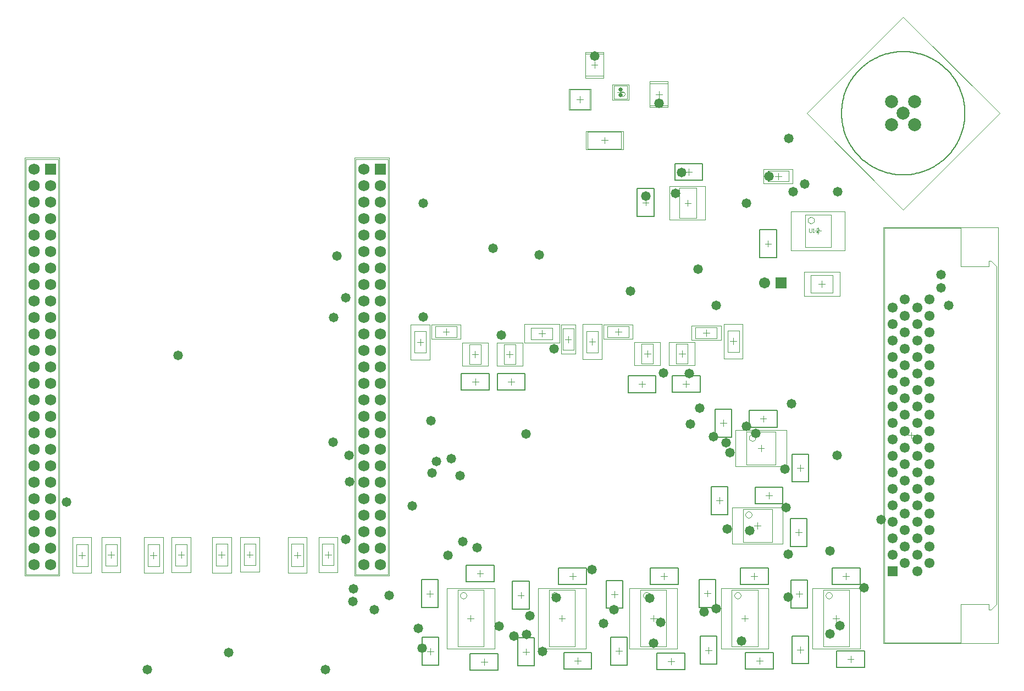
<source format=gbs>
G04*
G04 #@! TF.GenerationSoftware,Altium Limited,Altium Designer,19.0.15 (446)*
G04*
G04 Layer_Color=16711935*
%FSLAX25Y25*%
%MOIN*%
G70*
G01*
G75*
%ADD11C,0.00394*%
%ADD14C,0.00787*%
%ADD17C,0.00197*%
%ADD64C,0.07887*%
%ADD65R,0.06706X0.06706*%
%ADD66C,0.06706*%
%ADD67C,0.06902*%
%ADD68R,0.06902X0.06902*%
%ADD69C,0.06115*%
%ADD70R,0.06115X0.06115*%
%ADD71C,0.05800*%
%ADD72C,0.02520*%
D11*
X483280Y270843D02*
Y268875D01*
X483673Y268481D01*
X484460D01*
X484854Y268875D01*
Y270843D01*
X485641Y268481D02*
X486428D01*
X486034D01*
Y270843D01*
X485641Y270449D01*
X489183Y268481D02*
X487609D01*
X489183Y270056D01*
Y270449D01*
X488790Y270843D01*
X488002D01*
X487609Y270449D01*
X450787Y143976D02*
X450524Y144961D01*
X449803Y145681D01*
X448819Y145945D01*
X447835Y145681D01*
X447114Y144961D01*
X446850Y143976D01*
X447114Y142992D01*
X447835Y142272D01*
X448819Y142008D01*
X449803Y142272D01*
X450524Y142992D01*
X450787Y143976D01*
X448701Y97165D02*
X448437Y98150D01*
X447717Y98870D01*
X446732Y99134D01*
X445748Y98870D01*
X445027Y98150D01*
X444764Y97165D01*
X445027Y96181D01*
X445748Y95461D01*
X446732Y95197D01*
X447717Y95461D01*
X448437Y96181D01*
X448701Y97165D01*
X371488Y352571D02*
X371187Y353497D01*
X370400Y354069D01*
X369427D01*
X368639Y353497D01*
X368339Y352571D01*
X368639Y351645D01*
X369427Y351073D01*
X370400D01*
X371187Y351645D01*
X371488Y352571D01*
X486417Y275781D02*
X486154Y276765D01*
X485433Y277485D01*
X484449Y277749D01*
X483465Y277485D01*
X482744Y276765D01*
X482480Y275781D01*
X482744Y274796D01*
X483465Y274076D01*
X484449Y273812D01*
X485433Y274076D01*
X486154Y274796D01*
X486417Y275781D01*
X497312Y48156D02*
X497048Y49140D01*
X496328Y49861D01*
X495343Y50125D01*
X494359Y49861D01*
X493639Y49140D01*
X493375Y48156D01*
X493639Y47172D01*
X494359Y46451D01*
X495343Y46188D01*
X496328Y46451D01*
X497048Y47172D01*
X497312Y48156D01*
X441901Y48156D02*
X441638Y49140D01*
X440917Y49861D01*
X439933Y50125D01*
X438948Y49861D01*
X438228Y49140D01*
X437964Y48156D01*
X438228Y47172D01*
X438948Y46451D01*
X439933Y46188D01*
X440917Y46451D01*
X441638Y47172D01*
X441901Y48156D01*
X386491Y48156D02*
X386227Y49140D01*
X385506Y49861D01*
X384522Y50125D01*
X383538Y49861D01*
X382817Y49140D01*
X382554Y48156D01*
X382817Y47172D01*
X383538Y46451D01*
X384522Y46188D01*
X385506Y46451D01*
X386227Y47172D01*
X386491Y48156D01*
X331080D02*
X330816Y49140D01*
X330096Y49861D01*
X329111Y50125D01*
X328127Y49861D01*
X327407Y49140D01*
X327143Y48156D01*
X327407Y47172D01*
X328127Y46451D01*
X329111Y46188D01*
X330096Y46451D01*
X330816Y47172D01*
X331080Y48156D01*
X275669D02*
X275406Y49140D01*
X274685Y49861D01*
X273701Y50125D01*
X272716Y49861D01*
X271996Y49140D01*
X271732Y48156D01*
X271996Y47172D01*
X272716Y46451D01*
X273701Y46188D01*
X274685Y46451D01*
X275406Y47172D01*
X275669Y48156D01*
X386732Y345630D02*
Y359016D01*
X397756Y345630D02*
Y359016D01*
X386732Y345630D02*
X397756D01*
X386732Y359016D02*
X397756D01*
X244036Y195433D02*
Y208425D01*
X250925Y195433D02*
Y208425D01*
X244036Y195433D02*
X250925D01*
X244036Y208425D02*
X250925D01*
X404646Y277323D02*
Y295433D01*
X414882Y277323D02*
Y295433D01*
X404646D02*
X414882D01*
X404646Y277323D02*
X414882D01*
X458130Y305925D02*
X470925D01*
X458130Y299429D02*
X470925D01*
X458130D02*
Y305925D01*
X470925Y299429D02*
Y305925D01*
X381670Y188780D02*
X388757D01*
X381670Y200984D02*
X388757D01*
Y188780D02*
Y200984D01*
X381670Y188780D02*
Y200984D01*
X445276Y127441D02*
X462992D01*
X445276Y147520D02*
X462992D01*
Y127441D02*
Y147520D01*
X445276Y127441D02*
Y147520D01*
X123543Y79567D02*
X130630D01*
X123543Y66181D02*
X130630D01*
Y79567D01*
X123543Y66181D02*
Y79567D01*
X443189Y80630D02*
Y100709D01*
X460906Y80630D02*
Y100709D01*
X443189D02*
X460906D01*
X443189Y80630D02*
X460906D01*
X298167Y188465D02*
Y200669D01*
X305253Y188465D02*
Y200669D01*
X298167D02*
X305253D01*
X298167Y188465D02*
X305253D01*
X277222D02*
Y200669D01*
X284308Y188465D02*
Y200669D01*
X277222D02*
X284308D01*
X277222Y188465D02*
X284308D01*
X402615Y188780D02*
Y200984D01*
X409702Y188780D02*
Y200984D01*
X402615D02*
X409702D01*
X402615Y188780D02*
X409702D01*
X373063Y349421D02*
Y357689D01*
X364795Y349421D02*
Y357689D01*
Y349421D02*
X373063D01*
X364795Y357689D02*
X373063D01*
X338346Y343386D02*
X350157D01*
Y355197D01*
X338346D02*
X350157D01*
X338346Y343386D02*
Y355197D01*
X227886Y61008D02*
Y313016D01*
X208398D02*
X227886D01*
X208398Y61008D02*
Y313016D01*
Y61008D02*
X227886D01*
X497716Y231929D02*
Y242559D01*
X484331Y231929D02*
Y242559D01*
Y231929D02*
X497716D01*
X484331Y242559D02*
X497716D01*
X348976Y319095D02*
Y329724D01*
X369449Y319095D02*
Y329724D01*
X348976D02*
X369449D01*
X348976Y319095D02*
X369449D01*
X480905Y259639D02*
X496654D01*
X480905Y279324D02*
X496654D01*
Y259639D02*
Y279324D01*
X480905Y259639D02*
Y279324D01*
X575628Y247988D02*
X592203D01*
X575274D02*
Y270913D01*
X528819Y271220D02*
X575274D01*
X528818Y19607D02*
X575275D01*
X528819Y19606D02*
Y271220D01*
X575276Y19606D02*
Y42834D01*
X575280Y42838D01*
X592205D01*
X596929Y42834D02*
Y247992D01*
X593780Y251141D02*
X596929Y247992D01*
X592205Y251141D02*
X593780D01*
X592205Y247990D02*
Y251141D01*
X593780Y39685D02*
X596929Y42834D01*
X592205Y39685D02*
X593780D01*
X592205D02*
Y42838D01*
X333798Y197165D02*
X340491D01*
X333798Y210157D02*
X340491D01*
X333798Y197165D02*
Y210157D01*
X340491Y197165D02*
Y210157D01*
X491800Y17152D02*
Y51601D01*
X507548Y17152D02*
Y51601D01*
X491800D02*
X507548D01*
X491800Y17152D02*
X507548D01*
X140650Y79567D02*
X147539D01*
X140650Y66575D02*
X147539D01*
Y79567D01*
X140650Y66575D02*
Y79567D01*
X82205Y65905D02*
Y79291D01*
X89291Y65905D02*
Y79291D01*
X82205Y65905D02*
X89291D01*
X82205Y79291D02*
X89291D01*
X169449Y79409D02*
X176535D01*
X169449Y66024D02*
X176535D01*
Y79409D01*
X169449Y66024D02*
Y79409D01*
X188090Y79410D02*
X194980D01*
X188090Y66418D02*
X194980D01*
Y79410D01*
X188090Y66418D02*
Y79410D01*
X38858Y79331D02*
X45945D01*
X38858Y65945D02*
X45945D01*
Y79331D01*
X38858Y65945D02*
Y79331D01*
X56594Y79331D02*
X63484D01*
X56594Y66339D02*
X63484D01*
Y79331D01*
X56594Y66339D02*
Y79331D01*
X99035Y79292D02*
X105925D01*
X99035Y66299D02*
X105925D01*
Y79292D01*
X99035Y66299D02*
Y79292D01*
X436389Y17152D02*
Y51601D01*
X452137Y17152D02*
Y51601D01*
X436389D02*
X452137D01*
X436389Y17152D02*
X452137D01*
X380979D02*
Y51601D01*
X396727Y17152D02*
Y51601D01*
X380979D02*
X396727D01*
X380979Y17152D02*
X396727D01*
X325568D02*
Y51601D01*
X341316Y17152D02*
Y51601D01*
X325568D02*
X341316D01*
X325568Y17152D02*
X341316D01*
X270157D02*
Y51601D01*
X285905Y17152D02*
Y51601D01*
X270157D02*
X285905D01*
X270157Y17152D02*
X285905D01*
X374016Y204921D02*
Y211614D01*
X361024Y204921D02*
Y211614D01*
Y204921D02*
X374016D01*
X361024Y211614D02*
X374016D01*
X348327Y208622D02*
X355217D01*
X348327Y195630D02*
X355217D01*
Y208622D01*
X348327Y195630D02*
Y208622D01*
X433957Y208937D02*
X440847D01*
X433957Y195945D02*
X440847D01*
Y208937D01*
X433957Y195945D02*
Y208937D01*
X414449Y204291D02*
Y210984D01*
X427441Y204291D02*
Y210984D01*
X414449D02*
X427441D01*
X414449Y204291D02*
X427441D01*
X269646Y204961D02*
Y211653D01*
X256654Y204961D02*
Y211653D01*
Y204961D02*
X269646D01*
X256654Y211653D02*
X269646D01*
X327695Y203681D02*
Y210571D01*
X314703Y203681D02*
Y210571D01*
Y203681D02*
X327695D01*
X314703Y210571D02*
X327695D01*
X27886Y61008D02*
Y313016D01*
X8398D02*
X27886D01*
X8398Y61008D02*
Y313016D01*
Y61008D02*
X27886D01*
X347638Y363464D02*
X358661D01*
X347638Y376850D02*
X358661D01*
X347638Y363464D02*
Y376850D01*
X358661Y363464D02*
Y376850D01*
X390276Y352323D02*
X394213D01*
X392244Y350354D02*
Y354291D01*
X422362Y12992D02*
Y16929D01*
X420394Y14961D02*
X424331D01*
X367874Y12480D02*
Y16417D01*
X365906Y14449D02*
X369843D01*
X284291Y7992D02*
X288228D01*
X286260Y6024D02*
Y9961D01*
X311732Y12087D02*
Y16024D01*
X309764Y14055D02*
X313701D01*
X245512Y201929D02*
X249449D01*
X247480Y199961D02*
Y203898D01*
X407795Y286378D02*
X411732D01*
X409764Y284409D02*
Y288346D01*
X464528Y300709D02*
Y304646D01*
X462559Y302677D02*
X466496D01*
X408701Y174646D02*
Y178583D01*
X406732Y176614D02*
X410669D01*
X381969Y174449D02*
Y178386D01*
X380000Y176417D02*
X383937D01*
X302638Y176024D02*
Y179961D01*
X300669Y177992D02*
X304606D01*
X280827Y176024D02*
Y179961D01*
X278858Y177992D02*
X282795D01*
X253504Y12365D02*
Y16302D01*
X251535Y14334D02*
X255472D01*
X281811Y61496D02*
X285748D01*
X283780Y59528D02*
Y63465D01*
X340984Y8583D02*
X344921D01*
X342953Y6614D02*
Y10551D01*
X397598Y8228D02*
X401535D01*
X399567Y6260D02*
Y10197D01*
X419528Y49409D02*
X423465D01*
X421496Y47441D02*
Y51378D01*
X503780Y60000D02*
X507717D01*
X505748Y58032D02*
Y61969D01*
X506496Y9449D02*
X510433D01*
X508465Y7480D02*
Y11417D01*
X451220Y8622D02*
X455157D01*
X453189Y6654D02*
Y10591D01*
X478071Y13268D02*
Y17205D01*
X476102Y15236D02*
X480039D01*
X475394Y49094D02*
X479331D01*
X477362Y47126D02*
Y51063D01*
X481902Y340857D02*
X540363Y282396D01*
X481902Y340857D02*
X540363Y399319D01*
X598825Y340857D01*
X540363Y282396D02*
X598825Y340857D01*
X385214Y192913D02*
Y196850D01*
X383245Y194882D02*
X387182D01*
X454134Y135512D02*
Y139449D01*
X452165Y137480D02*
X456102D01*
X448071Y59921D02*
X452008D01*
X450039Y57953D02*
Y61890D01*
X393425Y60000D02*
X397362D01*
X395394Y58032D02*
Y61969D01*
X337874Y59921D02*
X341811D01*
X339843Y57953D02*
Y61890D01*
X458454Y259750D02*
Y263687D01*
X456485Y261719D02*
X460422D01*
X408296Y305301D02*
X412233D01*
X410265Y303333D02*
Y307270D01*
X384134Y284764D02*
Y288701D01*
X382165Y286732D02*
X386102D01*
X127087Y70906D02*
Y74843D01*
X125118Y72874D02*
X129055D01*
X365197Y46929D02*
Y50866D01*
X363228Y48898D02*
X367165D01*
X308465Y46417D02*
Y50354D01*
X306496Y48386D02*
X310433D01*
X253346Y47402D02*
Y51339D01*
X251378Y49370D02*
X255315D01*
X477992Y123583D02*
Y127520D01*
X476024Y125551D02*
X479961D01*
X476969Y84528D02*
Y88465D01*
X475000Y86496D02*
X478937D01*
X453504Y155407D02*
X457441D01*
X455472Y153438D02*
Y157375D01*
X457008Y108937D02*
X460945D01*
X458976Y106969D02*
Y110906D01*
X428858Y103858D02*
Y107795D01*
X426890Y105827D02*
X430827D01*
X431378Y150866D02*
Y154803D01*
X429409Y152835D02*
X433346D01*
X450079Y90669D02*
X454016D01*
X452047Y88701D02*
Y92638D01*
X299741Y194567D02*
X303678D01*
X301710Y192598D02*
Y196535D01*
X278797Y194567D02*
X282734D01*
X280765Y192598D02*
Y196535D01*
X404190Y194882D02*
X408127D01*
X406158Y192913D02*
Y196850D01*
X366961Y353555D02*
X370898D01*
X368929Y351587D02*
Y355524D01*
X344252Y347323D02*
Y351260D01*
X342283Y349291D02*
X346220D01*
X489055Y237244D02*
X492992D01*
X491024Y235276D02*
Y239213D01*
X357244Y324409D02*
X361181D01*
X359213Y322441D02*
Y326378D01*
X488780Y267513D02*
Y271450D01*
X486811Y269481D02*
X490748D01*
X545128Y143444D02*
Y147381D01*
X543159Y145413D02*
X547096D01*
X337145Y201693D02*
Y205630D01*
X335176Y203661D02*
X339113D01*
X497706Y34377D02*
X501643D01*
X499674Y32408D02*
Y36345D01*
X144094Y71103D02*
Y75040D01*
X142126Y73071D02*
X146063D01*
X83780Y72598D02*
X87717D01*
X85748Y70630D02*
Y74567D01*
X172992Y70748D02*
Y74685D01*
X171024Y72716D02*
X174961D01*
X191535Y70945D02*
Y74882D01*
X189567Y72914D02*
X193504D01*
X42402Y70669D02*
Y74606D01*
X40433Y72638D02*
X44370D01*
X60039Y70866D02*
Y74803D01*
X58071Y72835D02*
X62008D01*
X102480Y70827D02*
Y74764D01*
X100512Y72795D02*
X104449D01*
X442295Y34377D02*
X446232D01*
X444263Y32408D02*
Y36345D01*
X386884Y34377D02*
X390821D01*
X388853Y32408D02*
Y36345D01*
X331474Y34377D02*
X335411D01*
X333442Y32408D02*
Y36345D01*
X276063Y34377D02*
X280000D01*
X278031Y32408D02*
Y36345D01*
X365551Y208268D02*
X369488D01*
X367520Y206299D02*
Y210236D01*
X351772Y200158D02*
Y204095D01*
X349803Y202126D02*
X353740D01*
X437402Y200472D02*
Y204409D01*
X435433Y202441D02*
X439370D01*
X418976Y207638D02*
X422913D01*
X420945Y205669D02*
Y209606D01*
X261181Y208307D02*
X265118D01*
X263150Y206339D02*
Y210276D01*
X319231Y207126D02*
X323168D01*
X321199Y205157D02*
Y209094D01*
X353150Y368189D02*
Y372126D01*
X351181Y370157D02*
X355118D01*
D14*
X566810Y314410D02*
X567505Y315124D01*
X568180Y315856D01*
X568836Y316605D01*
X569471Y317371D01*
X570086Y318155D01*
X570680Y318954D01*
X571252Y319769D01*
X571803Y320599D01*
X572331Y321443D01*
X572836Y322301D01*
X573319Y323171D01*
X573778Y324055D01*
X574214Y324951D01*
X574625Y325857D01*
X575012Y326775D01*
X575375Y327702D01*
X575713Y328639D01*
X576025Y329584D01*
X576313Y330537D01*
X576575Y331498D01*
X576811Y332465D01*
X577022Y333439D01*
X577206Y334417D01*
X577364Y335400D01*
X577497Y336387D01*
X577602Y337377D01*
X577682Y338370D01*
X577735Y339364D01*
X577761Y340359D01*
Y341355D01*
X577735Y342351D01*
X577682Y343345D01*
X577602Y344337D01*
X577497Y345327D01*
X577364Y346315D01*
X577206Y347298D01*
X577022Y348276D01*
X576811Y349249D01*
X576575Y350217D01*
X576313Y351177D01*
X576025Y352131D01*
X575713Y353076D01*
X575375Y354013D01*
X575012Y354940D01*
X574625Y355857D01*
X574214Y356764D01*
X573778Y357660D01*
X573319Y358543D01*
X572836Y359414D01*
X572331Y360272D01*
X571803Y361116D01*
X571252Y361946D01*
X570680Y362761D01*
X570086Y363560D01*
X569471Y364343D01*
X568836Y365110D01*
X568180Y365859D01*
X567505Y366591D01*
X566810Y367304D01*
X566097Y367999D01*
X565365Y368674D01*
X564616Y369330D01*
X563849Y369966D01*
X563066Y370580D01*
X562267Y371174D01*
X561452Y371746D01*
X560622Y372297D01*
X559778Y372825D01*
X558920Y373331D01*
X558049Y373813D01*
X557165Y374272D01*
X556270Y374708D01*
X555363Y375119D01*
X554446Y375506D01*
X553518Y375869D01*
X552582Y376207D01*
X551637Y376519D01*
X550683Y376807D01*
X549722Y377069D01*
X548755Y377305D01*
X547782Y377516D01*
X546804Y377700D01*
X545820Y377859D01*
X544834Y377991D01*
X543843Y378097D01*
X542851Y378176D01*
X541856Y378229D01*
X540861Y378256D01*
X539865Y378256D01*
X538870Y378229D01*
X537876Y378176D01*
X536883Y378097D01*
X535893Y377991D01*
X534906Y377859D01*
X533923Y377700D01*
X532945Y377516D01*
X531971Y377305D01*
X531004Y377069D01*
X530043Y376807D01*
X529090Y376520D01*
X528145Y376207D01*
X527208Y375869D01*
X526281Y375506D01*
X525363Y375119D01*
X524457Y374708D01*
X523561Y374272D01*
X522677Y373813D01*
X521806Y373331D01*
X520949Y372825D01*
X520104Y372297D01*
X519275Y371747D01*
X518460Y371174D01*
X517661Y370581D01*
X516877Y369966D01*
X516111Y369330D01*
X515361Y368674D01*
X514630Y367999D01*
X513916Y367304D01*
X513916Y367304D02*
X513222Y366591D01*
X512546Y365859D01*
X511890Y365110D01*
X511255Y364343D01*
X510640Y363560D01*
X510046Y362761D01*
X509474Y361946D01*
X508923Y361116D01*
X508395Y360272D01*
X507890Y359414D01*
X507407Y358543D01*
X506948Y357660D01*
X506513Y356764D01*
X506101Y355857D01*
X505714Y354940D01*
X505351Y354013D01*
X505014Y353076D01*
X504701Y352131D01*
X504414Y351177D01*
X504151Y350217D01*
X503915Y349249D01*
X503705Y348276D01*
X503520Y347298D01*
X503362Y346315D01*
X503230Y345328D01*
X503124Y344338D01*
X503044Y343345D01*
X502991Y342351D01*
X502965Y341355D01*
Y340359D01*
X502991Y339364D01*
X503044Y338370D01*
X503124Y337377D01*
X503230Y336387D01*
X503362Y335400D01*
X503520Y334417D01*
X503705Y333439D01*
X503915Y332466D01*
X504151Y331498D01*
X504414Y330538D01*
X504701Y329584D01*
X505014Y328639D01*
X505351Y327702D01*
X505714Y326775D01*
X506101Y325857D01*
X506513Y324951D01*
X506948Y324055D01*
X507407Y323172D01*
X507890Y322301D01*
X508395Y321443D01*
X508923Y320599D01*
X509474Y319769D01*
X510046Y318954D01*
X510640Y318155D01*
X511255Y317372D01*
X511890Y316605D01*
X512546Y315856D01*
X513222Y315124D01*
X513916Y314410D01*
X514630Y313716D01*
X515361Y313040D01*
X516111Y312385D01*
X516877Y311749D01*
X517660Y311134D01*
X518460Y310541D01*
X519274Y309968D01*
X520104Y309418D01*
X520948Y308890D01*
X521806Y308384D01*
X522677Y307902D01*
X523561Y307442D01*
X524456Y307007D01*
X525363Y306595D01*
X526280Y306208D01*
X527208Y305846D01*
X528144Y305508D01*
X529090Y305195D01*
X530043Y304908D01*
X531004Y304646D01*
X531971Y304409D01*
X532944Y304199D01*
X533923Y304014D01*
X534906Y303856D01*
X535893Y303724D01*
X536883Y303618D01*
X537875Y303539D01*
X538870Y303486D01*
X539865Y303459D01*
X540861Y303459D01*
X541856Y303486D01*
X542851Y303539D01*
X543843Y303618D01*
X544833Y303724D01*
X545820Y303856D01*
X546803Y304014D01*
X547782Y304199D01*
X548755Y304409D01*
X549722Y304646D01*
X550683Y304908D01*
X551636Y305195D01*
X552582Y305508D01*
X553518Y305846D01*
X554446Y306208D01*
X555363Y306595D01*
X556270Y307007D01*
X557165Y307442D01*
X558049Y307901D01*
X558920Y308384D01*
X559778Y308889D01*
X560622Y309418D01*
X561452Y309968D01*
X562266Y310540D01*
X563066Y311134D01*
X563849Y311749D01*
X564615Y312385D01*
X565365Y313040D01*
X566096Y313716D01*
X566810Y314410D01*
X417330Y6484D02*
Y23437D01*
X427394D01*
Y6484D02*
Y23437D01*
X417330Y6484D02*
X427394D01*
X362842Y5972D02*
Y22926D01*
X372906D01*
Y5972D02*
Y22926D01*
X362842Y5972D02*
X372906D01*
X277783Y2960D02*
X294737D01*
X277783D02*
Y13024D01*
X294737D01*
Y2960D02*
Y13024D01*
X306700Y5578D02*
Y22532D01*
X316764D01*
Y5578D02*
Y22532D01*
X306700Y5578D02*
X316764D01*
X400224Y171582D02*
Y181646D01*
Y171582D02*
X417178D01*
Y181646D01*
X400224D02*
X417178D01*
X373492Y171385D02*
Y181449D01*
Y171385D02*
X390445D01*
Y181449D01*
X373492D02*
X390445D01*
X294161Y172960D02*
Y183024D01*
Y172960D02*
X311115D01*
Y183024D01*
X294161D02*
X311115D01*
X272350Y172960D02*
Y183024D01*
Y172960D02*
X289304D01*
Y183024D01*
X272350D02*
X289304D01*
X248472Y5857D02*
Y22811D01*
X258536D01*
Y5857D02*
Y22811D01*
X248472Y5857D02*
X258536D01*
X275303Y56464D02*
X292256D01*
X275303D02*
Y66528D01*
X292256D01*
Y56464D02*
Y66528D01*
X334476Y3551D02*
X351430D01*
X334476D02*
Y13615D01*
X351430D01*
Y3551D02*
Y13615D01*
X391090Y3196D02*
X408044D01*
X391090D02*
Y13260D01*
X408044D01*
Y3196D02*
Y13260D01*
X416464Y57886D02*
X426528D01*
X416464Y40933D02*
Y57886D01*
Y40933D02*
X426528D01*
Y57886D01*
X497271Y54968D02*
X514225D01*
X497271D02*
Y65032D01*
X514225D01*
Y54968D02*
Y65032D01*
X499988Y4417D02*
X516941D01*
X499988D02*
Y14481D01*
X516941D01*
Y4417D02*
Y14481D01*
X444712Y3590D02*
X461666D01*
X444712D02*
Y13654D01*
X461666D01*
Y3590D02*
Y13654D01*
X473039Y6759D02*
Y23713D01*
X483103D01*
Y6759D02*
Y23713D01*
X473039Y6759D02*
X483103D01*
X472330Y57571D02*
X482394D01*
X472330Y40618D02*
Y57571D01*
Y40618D02*
X482394D01*
Y57571D01*
X441563Y54889D02*
X458516D01*
X441563D02*
Y64953D01*
X458516D01*
Y54889D02*
Y64953D01*
X386917Y54968D02*
X403870D01*
X386917D02*
Y65032D01*
X403870D01*
Y54968D02*
Y65032D01*
X331366Y54889D02*
X348319D01*
X331366D02*
Y64953D01*
X348319D01*
Y54889D02*
Y64953D01*
X453422Y253242D02*
Y270195D01*
X463486D01*
Y253242D02*
Y270195D01*
X453422Y253242D02*
X463486D01*
X401788Y310333D02*
X418741D01*
Y300269D02*
Y310333D01*
X401788Y300269D02*
X418741D01*
X401788D02*
Y310333D01*
X389166Y278256D02*
Y295209D01*
X379102Y278256D02*
X389166D01*
X379102D02*
Y295209D01*
X389166D01*
X370229Y40421D02*
Y57374D01*
X360165Y40421D02*
X370229D01*
X360165D02*
Y57374D01*
X370229D01*
X313496Y39909D02*
Y56863D01*
X303433Y39909D02*
X313496D01*
X303433D02*
Y56863D01*
X313496D01*
X258378Y40893D02*
Y57847D01*
X248315Y40893D02*
X258378D01*
X248315D02*
Y57847D01*
X258378D01*
X483024Y117074D02*
Y134028D01*
X472960Y117074D02*
X483024D01*
X472960D02*
Y134028D01*
X483024D01*
X482000Y78019D02*
Y94973D01*
X471937Y78019D02*
X482000D01*
X471937D02*
Y94973D01*
X482000D01*
X446996Y150375D02*
X463949D01*
X446996D02*
Y160439D01*
X463949D01*
Y150375D02*
Y160439D01*
X450500Y103905D02*
X467453D01*
X450500D02*
Y113969D01*
X467453D01*
Y103905D02*
Y113969D01*
X423826Y97350D02*
Y114304D01*
X433890D01*
Y97350D02*
Y114304D01*
X423826Y97350D02*
X433890D01*
X426346Y144358D02*
Y161311D01*
X436410D01*
Y144358D02*
Y161311D01*
X426346Y144358D02*
X436410D01*
D17*
X386732Y344449D02*
Y360197D01*
X397756Y344449D02*
Y360197D01*
X386732Y344449D02*
X397756D01*
X386732Y360197D02*
X397756D01*
X241772Y191299D02*
Y212559D01*
X253189Y191299D02*
Y212559D01*
X241772Y191299D02*
X253189D01*
X241772Y212559D02*
X253189D01*
X398543Y276339D02*
Y296417D01*
X420197Y276339D02*
Y296417D01*
X398543D02*
X420197D01*
X398543Y276339D02*
X420197D01*
X455669Y307008D02*
X473386D01*
X455669Y298346D02*
X473386D01*
X455669D02*
Y307008D01*
X473386Y298346D02*
Y307008D01*
X377340Y187795D02*
X393088D01*
X377340Y201969D02*
X393088D01*
Y187795D02*
Y201969D01*
X377340Y187795D02*
Y201969D01*
X438780Y126457D02*
X469488D01*
X438780Y148504D02*
X469488D01*
Y126457D02*
Y148504D01*
X438780Y126457D02*
Y148504D01*
X121378Y83701D02*
X132795D01*
X121378Y62047D02*
X132795D01*
Y83701D01*
X121378Y62047D02*
Y83701D01*
X436693Y79646D02*
Y101693D01*
X467402Y79646D02*
Y101693D01*
X436693D02*
X467402D01*
X436693Y79646D02*
X467402D01*
X293836Y187480D02*
Y201654D01*
X309584Y187480D02*
Y201654D01*
X293836D02*
X309584D01*
X293836Y187480D02*
X309584D01*
X272891D02*
Y201654D01*
X288639Y187480D02*
Y201654D01*
X272891D02*
X288639D01*
X272891Y187480D02*
X288639D01*
X398284Y187795D02*
Y201969D01*
X414033Y187795D02*
Y201969D01*
X398284D02*
X414033D01*
X398284Y187795D02*
X414033D01*
X374047Y349028D02*
Y358083D01*
X363811Y349028D02*
Y358083D01*
Y349028D02*
X374047D01*
X363811Y358083D02*
X374047D01*
X337559Y342992D02*
X350945D01*
Y355591D01*
X337559D02*
X350945D01*
X337559Y342992D02*
Y355591D01*
X228772Y60122D02*
Y313902D01*
X207512D02*
X228772D01*
X207512Y60122D02*
Y313902D01*
Y60122D02*
X228772D01*
X501850Y229764D02*
Y244724D01*
X480197Y229764D02*
Y244724D01*
Y229764D02*
X501850D01*
X480197Y244724D02*
X501850D01*
X347795Y318898D02*
Y329921D01*
X370630Y318898D02*
Y329921D01*
X347795D02*
X370630D01*
X347795Y318898D02*
X370630D01*
X472441Y257670D02*
X505118D01*
X472441Y281292D02*
X505118D01*
Y257670D02*
Y281292D01*
X472441Y257670D02*
Y281292D01*
X528423Y19212D02*
X598108D01*
Y271614D01*
X528423D02*
X598108D01*
X528423Y19212D02*
Y271614D01*
X332814Y194803D02*
X341476D01*
X332814Y212520D02*
X341476D01*
X332814Y194803D02*
Y212520D01*
X341476Y194803D02*
Y212520D01*
X485206Y16069D02*
Y52684D01*
X514143Y16069D02*
Y52684D01*
X485206D02*
X514143D01*
X485206Y16069D02*
X514143D01*
X138386Y83701D02*
X149803D01*
X138386Y62441D02*
X149803D01*
Y83701D01*
X138386Y62441D02*
Y83701D01*
X80039Y61772D02*
Y83425D01*
X91457Y61772D02*
Y83425D01*
X80039Y61772D02*
X91457D01*
X80039Y83425D02*
X91457D01*
X167283Y83543D02*
X178701D01*
X167283Y61890D02*
X178701D01*
Y83543D01*
X167283Y61890D02*
Y83543D01*
X185827Y83543D02*
X197244D01*
X185827Y62284D02*
X197244D01*
Y83543D01*
X185827Y62284D02*
Y83543D01*
X36693Y83465D02*
X48110D01*
X36693Y61811D02*
X48110D01*
Y83465D01*
X36693Y61811D02*
Y83465D01*
X54331Y83465D02*
X65748D01*
X54331Y62205D02*
X65748D01*
Y83465D01*
X54331Y62205D02*
Y83465D01*
X96772Y83425D02*
X108189D01*
X96772Y62166D02*
X108189D01*
Y83425D01*
X96772Y62166D02*
Y83425D01*
X429795Y16069D02*
Y52684D01*
X458732Y16069D02*
Y52684D01*
X429795D02*
X458732D01*
X429795Y16069D02*
X458732D01*
X374384D02*
Y52684D01*
X403321Y16069D02*
Y52684D01*
X374384D02*
X403321D01*
X374384Y16069D02*
X403321D01*
X318974D02*
Y52684D01*
X347911Y16069D02*
Y52684D01*
X318974D02*
X347911D01*
X318974Y16069D02*
X347911D01*
X263563D02*
Y52684D01*
X292500Y16069D02*
Y52684D01*
X263563D02*
X292500D01*
X263563Y16069D02*
X292500D01*
X376378Y203937D02*
Y212598D01*
X358661Y203937D02*
Y212598D01*
Y203937D02*
X376378D01*
X358661Y212598D02*
X376378D01*
X346063Y212756D02*
X357480D01*
X346063Y191496D02*
X357480D01*
Y212756D01*
X346063Y191496D02*
Y212756D01*
X431693Y213071D02*
X443110D01*
X431693Y191811D02*
X443110D01*
Y213071D01*
X431693Y191811D02*
Y213071D01*
X412087Y203307D02*
Y211968D01*
X429803Y203307D02*
Y211968D01*
X412087D02*
X429803D01*
X412087Y203307D02*
X429803D01*
X272008Y203976D02*
Y212638D01*
X254291Y203976D02*
Y212638D01*
Y203976D02*
X272008D01*
X254291Y212638D02*
X272008D01*
X331829Y201417D02*
Y212835D01*
X310569Y201417D02*
Y212835D01*
Y201417D02*
X331829D01*
X310569Y212835D02*
X331829D01*
X28772Y60122D02*
Y313902D01*
X7512D02*
X28772D01*
X7512Y60122D02*
Y313902D01*
Y60122D02*
X28772D01*
X347638Y362283D02*
X358661D01*
X347638Y378031D02*
X358661D01*
X347638Y362283D02*
Y378031D01*
X358661Y362283D02*
Y378031D01*
D64*
X547323Y347817D02*
D03*
Y333898D02*
D03*
X533403D02*
D03*
Y347817D02*
D03*
X540363Y340857D02*
D03*
D65*
X466417Y238071D02*
D03*
D66*
X456417D02*
D03*
D67*
X213142Y67012D02*
D03*
Y77012D02*
D03*
Y87012D02*
D03*
Y97012D02*
D03*
Y107012D02*
D03*
Y117012D02*
D03*
Y127012D02*
D03*
Y137012D02*
D03*
Y147012D02*
D03*
Y157012D02*
D03*
Y167012D02*
D03*
Y177012D02*
D03*
Y187012D02*
D03*
Y197012D02*
D03*
Y207012D02*
D03*
Y217012D02*
D03*
Y227012D02*
D03*
Y237012D02*
D03*
Y247012D02*
D03*
Y257012D02*
D03*
Y267012D02*
D03*
Y277012D02*
D03*
Y287012D02*
D03*
Y297012D02*
D03*
Y307012D02*
D03*
X223142Y67012D02*
D03*
Y77012D02*
D03*
Y87012D02*
D03*
Y97012D02*
D03*
Y107012D02*
D03*
Y117012D02*
D03*
Y127012D02*
D03*
Y137012D02*
D03*
Y147012D02*
D03*
Y157012D02*
D03*
Y167012D02*
D03*
Y177012D02*
D03*
Y187012D02*
D03*
Y197012D02*
D03*
Y207012D02*
D03*
Y217012D02*
D03*
Y227012D02*
D03*
Y237012D02*
D03*
Y247012D02*
D03*
Y257012D02*
D03*
Y267012D02*
D03*
Y277012D02*
D03*
Y287012D02*
D03*
Y297012D02*
D03*
X13142Y67012D02*
D03*
Y77012D02*
D03*
Y87012D02*
D03*
Y97012D02*
D03*
Y107012D02*
D03*
Y117012D02*
D03*
Y127012D02*
D03*
Y137012D02*
D03*
Y147012D02*
D03*
Y157012D02*
D03*
Y167012D02*
D03*
Y177012D02*
D03*
Y187012D02*
D03*
Y197012D02*
D03*
Y207012D02*
D03*
Y217012D02*
D03*
Y227012D02*
D03*
Y237012D02*
D03*
Y247012D02*
D03*
Y257012D02*
D03*
Y267012D02*
D03*
Y277012D02*
D03*
Y287012D02*
D03*
Y297012D02*
D03*
Y307012D02*
D03*
X23142Y67012D02*
D03*
Y77012D02*
D03*
Y87012D02*
D03*
Y97012D02*
D03*
Y107012D02*
D03*
Y117012D02*
D03*
Y127012D02*
D03*
Y137012D02*
D03*
Y147012D02*
D03*
Y157012D02*
D03*
Y167012D02*
D03*
Y177012D02*
D03*
Y187012D02*
D03*
Y197012D02*
D03*
Y207012D02*
D03*
Y217012D02*
D03*
Y227012D02*
D03*
Y237012D02*
D03*
Y247012D02*
D03*
Y257012D02*
D03*
Y267012D02*
D03*
Y277012D02*
D03*
Y287012D02*
D03*
Y297012D02*
D03*
D68*
X223142Y307012D02*
D03*
X23142D02*
D03*
D69*
X556378Y227913D02*
D03*
Y217913D02*
D03*
Y207913D02*
D03*
Y197913D02*
D03*
Y187913D02*
D03*
Y177913D02*
D03*
Y167913D02*
D03*
Y157913D02*
D03*
Y147913D02*
D03*
Y137913D02*
D03*
Y127913D02*
D03*
Y117913D02*
D03*
Y107913D02*
D03*
Y97913D02*
D03*
Y87913D02*
D03*
Y77913D02*
D03*
X548878Y222913D02*
D03*
Y212913D02*
D03*
Y202913D02*
D03*
Y192913D02*
D03*
Y182913D02*
D03*
Y172913D02*
D03*
Y162913D02*
D03*
Y152913D02*
D03*
Y142913D02*
D03*
Y132913D02*
D03*
Y122913D02*
D03*
Y112913D02*
D03*
Y102913D02*
D03*
Y92913D02*
D03*
Y82913D02*
D03*
Y72913D02*
D03*
X556378Y67913D02*
D03*
X548878Y62913D02*
D03*
X541378Y227913D02*
D03*
Y217913D02*
D03*
Y207913D02*
D03*
Y197913D02*
D03*
Y187913D02*
D03*
Y177913D02*
D03*
Y167913D02*
D03*
Y157913D02*
D03*
Y147913D02*
D03*
Y137913D02*
D03*
Y127913D02*
D03*
Y117913D02*
D03*
Y107913D02*
D03*
Y97913D02*
D03*
Y87913D02*
D03*
Y77913D02*
D03*
Y67913D02*
D03*
X533878Y222913D02*
D03*
Y212913D02*
D03*
Y202913D02*
D03*
Y192913D02*
D03*
Y182913D02*
D03*
Y172913D02*
D03*
Y162913D02*
D03*
Y152913D02*
D03*
Y142913D02*
D03*
Y132913D02*
D03*
Y122913D02*
D03*
Y112913D02*
D03*
Y102913D02*
D03*
Y92913D02*
D03*
Y82913D02*
D03*
Y72913D02*
D03*
D70*
Y62913D02*
D03*
D71*
X311575Y146142D02*
D03*
X353150Y375669D02*
D03*
X473779Y293347D02*
D03*
X480709Y297953D02*
D03*
X406021Y304801D02*
D03*
X458917Y302677D02*
D03*
X392244Y346811D02*
D03*
X384134Y290476D02*
D03*
X445157Y286221D02*
D03*
X402283Y292283D02*
D03*
X471024Y325472D02*
D03*
X204764Y117283D02*
D03*
X254646Y122480D02*
D03*
X266339Y131220D02*
D03*
X271457Y120905D02*
D03*
X257244Y129449D02*
D03*
X445315Y150945D02*
D03*
X447205Y87638D02*
D03*
X469410Y101654D02*
D03*
X468465Y124921D02*
D03*
X516653Y52835D02*
D03*
X427071Y40400D02*
D03*
X419496Y38183D02*
D03*
X330118Y46929D02*
D03*
X527008Y94213D02*
D03*
X395000Y183200D02*
D03*
X311890Y24606D02*
D03*
X314016Y36063D02*
D03*
X321654Y14134D02*
D03*
X189882Y3124D02*
D03*
X81890Y3307D02*
D03*
X248622Y16339D02*
D03*
X131417Y13661D02*
D03*
X415800Y246300D02*
D03*
X472700Y164500D02*
D03*
X194800Y217012D02*
D03*
X364900Y39500D02*
D03*
X410600Y183000D02*
D03*
X425202Y144598D02*
D03*
X433700Y88700D02*
D03*
X32900Y104800D02*
D03*
X496100Y25000D02*
D03*
X206600Y44600D02*
D03*
X202400Y228800D02*
D03*
Y82300D02*
D03*
X563200Y235000D02*
D03*
X228600Y48300D02*
D03*
X219600Y39700D02*
D03*
X273300Y80800D02*
D03*
X281900Y77300D02*
D03*
X435200Y134921D02*
D03*
X253800Y154200D02*
D03*
X433000Y141000D02*
D03*
X295423Y29500D02*
D03*
X495800Y75200D02*
D03*
X500200Y133400D02*
D03*
X100600Y193900D02*
D03*
X374900Y232900D02*
D03*
X304300Y23500D02*
D03*
X358600Y31200D02*
D03*
X388800Y19400D02*
D03*
X470700Y73200D02*
D03*
X450900Y146500D02*
D03*
X196900Y254300D02*
D03*
X427091Y224109D02*
D03*
X568000Y224200D02*
D03*
X291700Y259000D02*
D03*
X351600Y64000D02*
D03*
X411200Y152100D02*
D03*
X417000Y162000D02*
D03*
X442300Y20500D02*
D03*
X246200Y28200D02*
D03*
X386600Y46500D02*
D03*
X207016Y52100D02*
D03*
X204200Y133300D02*
D03*
X194500Y141400D02*
D03*
X264300Y72600D02*
D03*
X242500Y102700D02*
D03*
X501900Y29800D02*
D03*
X500539Y293301D02*
D03*
X319500Y254800D02*
D03*
X249400Y286300D02*
D03*
Y217400D02*
D03*
X393200Y31900D02*
D03*
X470600Y47400D02*
D03*
X563350Y242950D02*
D03*
X328647Y197953D02*
D03*
X296700Y206200D02*
D03*
D72*
X368929Y355130D02*
D03*
Y351980D02*
D03*
M02*

</source>
